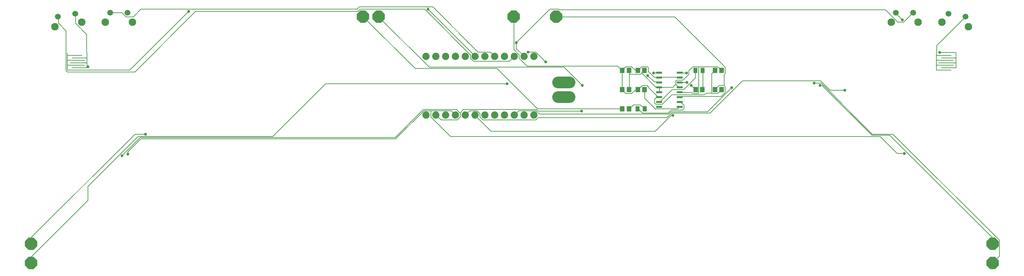
<source format=gbr>
G04 EAGLE Gerber RS-274X export*
G75*
%MOMM*%
%FSLAX34Y34*%
%LPD*%
%INBottom Copper*%
%IPPOS*%
%AMOC8*
5,1,8,0,0,1.08239X$1,22.5*%
G01*
G04 Define Apertures*
%ADD10C,1.879600*%
%ADD11C,3.009900*%
%ADD12C,1.498600*%
%ADD13C,1.943100*%
%ADD14C,0.203200*%
%ADD15R,0.203200X0.203200*%
%ADD16R,1.600000X0.600000*%
%ADD17R,1.031200X1.420200*%
%ADD18R,1.164600X1.465300*%
%ADD19P,3.4091X8X22.5*%
%ADD20C,0.152400*%
%ADD21C,0.756400*%
D10*
X1223000Y616200D03*
X1248400Y616200D03*
X1273800Y616200D03*
X1299200Y616200D03*
X1324600Y616200D03*
X1350000Y616200D03*
X1375400Y616200D03*
X1400800Y616200D03*
X1426200Y616200D03*
X1451600Y616200D03*
X1477000Y616200D03*
X1502400Y616200D03*
X1502400Y463800D03*
X1477000Y463800D03*
X1451600Y463800D03*
X1426200Y463800D03*
X1400800Y463800D03*
X1375400Y463800D03*
X1350000Y463800D03*
X1324600Y463800D03*
X1299200Y463800D03*
X1273800Y463800D03*
X1248400Y463800D03*
X1223000Y463800D03*
D11*
X1564951Y510950D02*
X1595050Y510950D01*
X1595050Y549050D02*
X1564951Y549050D01*
D12*
X270000Y720000D03*
X314275Y727807D03*
D13*
X262066Y693325D03*
X331105Y705498D03*
D14*
X345400Y600000D02*
X300950Y600000D01*
X294600Y606350D02*
X339050Y606350D01*
X345400Y612700D02*
X307300Y612700D01*
X294600Y593650D02*
X339050Y593650D01*
X345400Y587300D02*
X307300Y587300D01*
X294600Y580950D02*
X332700Y580950D01*
X332700Y619050D02*
X294600Y619050D01*
X294600Y625400D02*
X294600Y580950D01*
X345400Y587300D02*
X345400Y625400D01*
D15*
X345400Y625400D03*
X294600Y625400D03*
D12*
X2620000Y720000D03*
X2575725Y727807D03*
D13*
X2627934Y693325D03*
X2558896Y705498D03*
D14*
X2550950Y600000D02*
X2595400Y600000D01*
X2589050Y606350D02*
X2544600Y606350D01*
X2557300Y612700D02*
X2595400Y612700D01*
X2589050Y593650D02*
X2544600Y593650D01*
X2557300Y587300D02*
X2595400Y587300D01*
X2582700Y580950D02*
X2544600Y580950D01*
X2544600Y619050D02*
X2582700Y619050D01*
X2544600Y625400D02*
X2544600Y580950D01*
X2595400Y587300D02*
X2595400Y625400D01*
D15*
X2595400Y625400D03*
X2544600Y625400D03*
D16*
X1880410Y574450D03*
X1880410Y561750D03*
X1880410Y549050D03*
X1880410Y536350D03*
X1880410Y523650D03*
X1880410Y510950D03*
X1880410Y498250D03*
X1880410Y485550D03*
X1826410Y485550D03*
X1826410Y498250D03*
X1826410Y510950D03*
X1826410Y523650D03*
X1826410Y536350D03*
X1826410Y549050D03*
X1826410Y561750D03*
X1826410Y574450D03*
D17*
X1789195Y480000D03*
X1770805Y480000D03*
D18*
X1748754Y480000D03*
X1731246Y480000D03*
D19*
X1060000Y720000D03*
X1100000Y720000D03*
X1450000Y720000D03*
D18*
X1938754Y530000D03*
X1921246Y530000D03*
D17*
X1939195Y580000D03*
X1920805Y580000D03*
D19*
X1560000Y720000D03*
X2690000Y130000D03*
X2690000Y80000D03*
X200000Y130000D03*
X200000Y80000D03*
D18*
X1788754Y530000D03*
X1771246Y530000D03*
X1988754Y530000D03*
X1971246Y530000D03*
X1988754Y580000D03*
X1971246Y580000D03*
X1748754Y530000D03*
X1731246Y530000D03*
X1748754Y580000D03*
X1731246Y580000D03*
X1788754Y580000D03*
X1771246Y580000D03*
D12*
X450000Y730000D03*
X405042Y730000D03*
D13*
X462446Y705108D03*
X392342Y705108D03*
D12*
X2440000Y730000D03*
X2484958Y730000D03*
D13*
X2427554Y705108D03*
X2497658Y705108D03*
D20*
X451104Y368808D02*
X451104Y362712D01*
X451104Y368808D02*
X484632Y402336D01*
X1144524Y402336D01*
X1217676Y475488D01*
X1235964Y475488D02*
X1287780Y475488D01*
X1235964Y475488D02*
X1217676Y475488D01*
X1287780Y475488D02*
X1298448Y464820D01*
X1299200Y463800D01*
X2442972Y364236D02*
X2461260Y364236D01*
X2442972Y364236D02*
X2398776Y408432D01*
X1286256Y408432D01*
X1235964Y458724D01*
X1235964Y475488D01*
D21*
X451104Y362712D03*
X2461260Y364236D03*
D20*
X483108Y405384D02*
X435864Y358140D01*
X483108Y405384D02*
X1143000Y405384D01*
X1216152Y478536D01*
X1301496Y478536D01*
X1310640Y469392D02*
X1312164Y467868D01*
X1310640Y469392D02*
X1301496Y478536D01*
X1312164Y467868D02*
X1312164Y458724D01*
X1304544Y451104D01*
X1261872Y451104D01*
X1249680Y463296D01*
X1248400Y463800D01*
X1513332Y473964D02*
X1626108Y473964D01*
X1513332Y473964D02*
X1508760Y478536D01*
X1319784Y478536D01*
X1310640Y469392D01*
D21*
X435864Y358140D03*
X1626108Y473964D03*
D20*
X2269236Y528828D02*
X2307336Y528828D01*
X2269236Y528828D02*
X2244852Y553212D01*
X2042160Y553212D01*
X1958340Y469392D01*
X1859280Y469392D01*
X1847088Y457200D01*
X1513332Y457200D01*
X1507236Y451104D01*
X1370076Y451104D01*
X1362456Y458724D01*
X1362456Y467868D01*
X1354836Y475488D01*
X1336548Y475488D01*
X1325880Y464820D01*
X1324600Y463800D01*
D21*
X2307336Y528828D03*
D20*
X1862328Y463296D02*
X1857756Y463296D01*
X1816608Y422148D01*
X1391412Y422148D01*
X1350264Y463296D01*
X1350000Y463800D01*
D21*
X1862328Y463296D03*
D20*
X1350264Y617220D02*
X1228344Y739140D01*
X1350264Y617220D02*
X1350000Y616200D01*
D21*
X1228344Y739140D03*
D20*
X2552700Y626364D02*
X2595372Y626364D01*
X2595400Y625400D01*
X435864Y729996D02*
X405384Y729996D01*
X435864Y729996D02*
X446532Y719328D01*
X464820Y719328D01*
X484632Y739140D01*
X1043940Y739140D01*
X1050036Y745236D01*
X1240536Y745236D01*
X1357884Y627888D01*
X1389888Y627888D01*
X1400556Y617220D01*
X405384Y729996D02*
X405042Y730000D01*
X1400556Y617220D02*
X1400800Y616200D01*
D21*
X2552700Y626364D03*
D20*
X455676Y580644D02*
X332232Y580644D01*
X455676Y580644D02*
X608076Y733044D01*
X1456944Y652272D02*
X1456944Y637032D01*
X1476756Y617220D01*
X332232Y580644D02*
X294600Y580950D01*
X1476756Y617220D02*
X1477000Y616200D01*
X2459736Y705612D02*
X2484120Y729996D01*
X2459736Y705612D02*
X2444496Y705612D01*
X2412492Y737616D01*
X1568196Y737616D01*
X1566672Y739140D01*
X1543812Y739140D01*
X1456944Y652272D01*
X2484120Y729996D02*
X2484958Y730000D01*
D21*
X608076Y733044D03*
X1456944Y652272D03*
D20*
X271272Y702564D02*
X271272Y719328D01*
X271272Y702564D02*
X291084Y682752D01*
X291084Y579120D01*
X294132Y576072D01*
X469392Y576072D01*
X626364Y733044D01*
X1046988Y733044D01*
X1053084Y739140D01*
X1219200Y739140D01*
X1338072Y620268D01*
X1338072Y611124D01*
X1345692Y603504D01*
X1438656Y603504D01*
X1450848Y615696D01*
X271272Y719328D02*
X270000Y720000D01*
X1450848Y615696D02*
X1451600Y616200D01*
X1778508Y490728D02*
X1789176Y480060D01*
X1778508Y490728D02*
X1760220Y490728D01*
X1749552Y480060D01*
X1789176Y480060D02*
X1789195Y480000D01*
X1749552Y480060D02*
X1748754Y480000D01*
X1940052Y530352D02*
X1940052Y579120D01*
X1939195Y580000D01*
X1940052Y530352D02*
X1938754Y530000D01*
X1920240Y560832D02*
X1920240Y579120D01*
X1920240Y560832D02*
X1889760Y530352D01*
X1860804Y530352D01*
X1827276Y496824D01*
X1920240Y579120D02*
X1920805Y580000D01*
X1826410Y498250D02*
X1827276Y496824D01*
X1773936Y478536D02*
X1770888Y478536D01*
X1773936Y478536D02*
X1783080Y469392D01*
X1850136Y469392D01*
X1857756Y477012D01*
X1886712Y477012D01*
X1891284Y481584D01*
X1891284Y489204D01*
X1883664Y496824D01*
X1880616Y496824D01*
X1770805Y480000D02*
X1770888Y478536D01*
X1880616Y496824D02*
X1880410Y498250D01*
X1825752Y550164D02*
X1813560Y550164D01*
X1796796Y566928D01*
X496824Y414528D02*
X469392Y414528D01*
X201168Y146304D01*
X201168Y131064D01*
X1825752Y550164D02*
X1826410Y549050D01*
X201168Y131064D02*
X200000Y130000D01*
D21*
X1796796Y566928D03*
X496824Y414528D03*
D20*
X1812036Y573024D02*
X1825752Y573024D01*
X1432560Y545592D02*
X963168Y545592D01*
X826008Y408432D01*
X477012Y408432D01*
X347472Y278892D01*
X347472Y242316D01*
X201168Y96012D01*
X201168Y80772D01*
X1825752Y573024D02*
X1826410Y574450D01*
X201168Y80772D02*
X200000Y80000D01*
D21*
X1812036Y573024D03*
X1432560Y545592D03*
D20*
X1880616Y548640D02*
X1898904Y548640D01*
X2228088Y547116D02*
X2246376Y547116D01*
X2378964Y414528D01*
X2432304Y414528D01*
X2708148Y138684D01*
X2708148Y97536D01*
X2691384Y80772D01*
X1880616Y548640D02*
X1880410Y549050D01*
X2690000Y80000D02*
X2691384Y80772D01*
D21*
X1898904Y548640D03*
X2228088Y547116D03*
D20*
X1897380Y573024D02*
X1880616Y573024D01*
X2243328Y541020D02*
X2247900Y541020D01*
X2377440Y411480D01*
X2423160Y411480D01*
X2689860Y144780D01*
X2689860Y131064D01*
X1880616Y573024D02*
X1880410Y574450D01*
X2689860Y131064D02*
X2690000Y130000D01*
D21*
X1897380Y573024D03*
X2243328Y541020D03*
D20*
X1789176Y528828D02*
X1789176Y507492D01*
X1816608Y480060D01*
X1874520Y480060D01*
X1879092Y484632D01*
X1789176Y528828D02*
X1788754Y530000D01*
X1879092Y484632D02*
X1880410Y485550D01*
X1972056Y530352D02*
X1982724Y541020D01*
X1994916Y541020D01*
X1997964Y537972D01*
X1997964Y522732D01*
X1987296Y512064D01*
X1880616Y512064D01*
X1971246Y530000D02*
X1972056Y530352D01*
X1880616Y512064D02*
X1880410Y510950D01*
X1994916Y541020D02*
X1994916Y568452D01*
X1997964Y571500D01*
X1997964Y588264D01*
X1866900Y719328D01*
X1560576Y719328D01*
X1560000Y720000D01*
X1749552Y579120D02*
X1749552Y569976D01*
X1749552Y530352D01*
X1748754Y530000D01*
X1749552Y579120D02*
X1748754Y580000D01*
X1778508Y569976D02*
X1781556Y573024D01*
X1787652Y579120D01*
X1778508Y569976D02*
X1749552Y569976D01*
X1787652Y579120D02*
X1788754Y580000D01*
X1827276Y534924D02*
X1827276Y524256D01*
X1826410Y523650D01*
X1827276Y534924D02*
X1826410Y536350D01*
X1978152Y589788D02*
X1987296Y580644D01*
X1929384Y589788D02*
X1914144Y589788D01*
X1929384Y589788D02*
X1978152Y589788D01*
X1914144Y589788D02*
X1903476Y579120D01*
X1903476Y569976D01*
X1888236Y554736D01*
X1871472Y554736D01*
X1869948Y553212D01*
X1869948Y544068D01*
X1879092Y534924D01*
X1987296Y580644D02*
X1988754Y580000D01*
X1880410Y536350D02*
X1879092Y534924D01*
X1880616Y522732D02*
X1911096Y522732D01*
X1914144Y519684D01*
X1927860Y519684D01*
X1929384Y521208D01*
X1929384Y589788D01*
X1880410Y523650D02*
X1880616Y522732D01*
X1862328Y536448D02*
X1827276Y536448D01*
X1862328Y536448D02*
X1869948Y544068D01*
X1827276Y536448D02*
X1826410Y536350D01*
X1818132Y536448D02*
X1781556Y573024D01*
X1818132Y536448D02*
X1825752Y536448D01*
X1826410Y536350D01*
X1978152Y519684D02*
X1987296Y528828D01*
X1978152Y519684D02*
X1964436Y519684D01*
X1962912Y521208D01*
X1962912Y571500D01*
X1970532Y579120D01*
X1988754Y530000D02*
X1987296Y528828D01*
X1970532Y579120D02*
X1971246Y580000D01*
X1879092Y562356D02*
X1827276Y562356D01*
X1826410Y561750D01*
X1879092Y562356D02*
X1880410Y561750D01*
X1731264Y579120D02*
X1731264Y530352D01*
X1731246Y530000D01*
X1731264Y579120D02*
X1731246Y580000D01*
X1764792Y528828D02*
X1770888Y528828D01*
X1764792Y528828D02*
X1755648Y519684D01*
X1740408Y519684D01*
X1731264Y528828D01*
X1770888Y528828D02*
X1771246Y530000D01*
X1731264Y528828D02*
X1731246Y530000D01*
X1764792Y580644D02*
X1770888Y580644D01*
X1764792Y580644D02*
X1755648Y589788D01*
X1740408Y589788D01*
X1731264Y580644D01*
X1770888Y580644D02*
X1771246Y580000D01*
X1731264Y580644D02*
X1731246Y580000D01*
X1822704Y512064D02*
X1825752Y512064D01*
X1822704Y512064D02*
X1798320Y536448D01*
X1798320Y537972D01*
X1795272Y541020D01*
X1783080Y541020D01*
X1772412Y530352D01*
X1825752Y512064D02*
X1826410Y510950D01*
X1772412Y530352D02*
X1771246Y530000D01*
X1813560Y562356D02*
X1825752Y562356D01*
X1813560Y562356D02*
X1798320Y577596D01*
X1798320Y588264D01*
X1796796Y589788D01*
X1781556Y589788D01*
X1772412Y580644D01*
X1825752Y562356D02*
X1826410Y561750D01*
X1772412Y580644D02*
X1771246Y580000D01*
X1947672Y521208D02*
X1962912Y521208D01*
X1947672Y521208D02*
X1943100Y516636D01*
X1859280Y516636D01*
X1834896Y492252D01*
X1818132Y492252D01*
X1815084Y495300D01*
X1815084Y504444D01*
X1822704Y512064D01*
X1826410Y510950D01*
X1450848Y633984D02*
X1450848Y719328D01*
X1450848Y633984D02*
X1464564Y620268D01*
X1464564Y611124D01*
X1484376Y591312D01*
X1719072Y591312D01*
X1729740Y580644D01*
X1450848Y719328D02*
X1450000Y720000D01*
X1729740Y580644D02*
X1731246Y580000D01*
X1729740Y480060D02*
X1511808Y480060D01*
X1406652Y585216D01*
X1194816Y585216D01*
X1060704Y719328D01*
X1729740Y480060D02*
X1731246Y480000D01*
X1060704Y719328D02*
X1060000Y720000D01*
X1909572Y541020D02*
X1920240Y530352D01*
X1627632Y541020D02*
X1580388Y588264D01*
X1231392Y588264D01*
X1100328Y719328D01*
X1920240Y530352D02*
X1921246Y530000D01*
X1100328Y719328D02*
X1100000Y720000D01*
D21*
X1909572Y541020D03*
X1627632Y541020D03*
D20*
X1952244Y472440D02*
X2014728Y534924D01*
X1952244Y472440D02*
X1857756Y472440D01*
X1851660Y466344D01*
X1516380Y466344D01*
X1507236Y475488D01*
X1463040Y475488D01*
X1452372Y464820D01*
X1451600Y463800D01*
D21*
X2014728Y534924D03*
D20*
X1533144Y601980D02*
X1507236Y627888D01*
X1487424Y627888D01*
D21*
X1533144Y601980D03*
X1487424Y627888D03*
D20*
X2545080Y626364D02*
X2545080Y644652D01*
X2619756Y719328D01*
X2545080Y626364D02*
X2544600Y625400D01*
X2619756Y719328D02*
X2620000Y720000D01*
X2441448Y726948D02*
X2441448Y729996D01*
X2441448Y726948D02*
X2456688Y711708D01*
X2441448Y729996D02*
X2440000Y730000D01*
X344424Y673608D02*
X344424Y626364D01*
X344424Y673608D02*
X315468Y702564D01*
X315468Y726948D01*
X344424Y626364D02*
X345400Y625400D01*
X315468Y726948D02*
X314275Y727807D01*
X345948Y589788D02*
X347472Y589788D01*
X345948Y589788D02*
X345400Y587300D01*
D21*
X2456688Y711708D03*
X347472Y589788D03*
M02*

</source>
